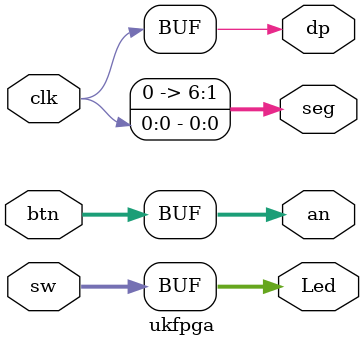
<source format=v>
module ukfpga (
       input clk,

       output [6:0] seg,
       output dp,
       output [3:0] an,
       output [7:0] Led,
       input [7:0] sw,
       input [3:0] btn
       );



       assign seg=clk;
       assign dp=clk;
       assign Led=sw;
       assign an=btn;




endmodule

</source>
